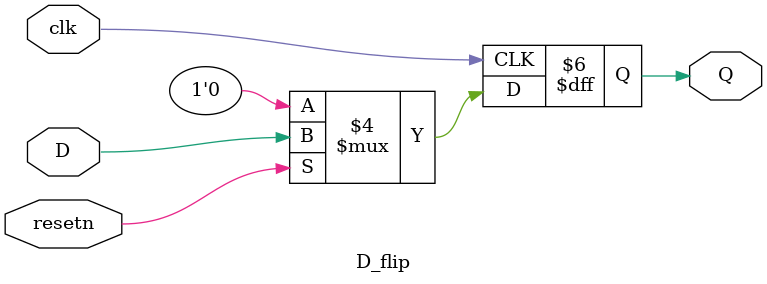
<source format=v>
module top_module (
    input clk,
    input resetn,
    input in,
    output out);
    wire w1,w2,w3;
    D_flip ins1(clk,in,resetn,w1);
    D_flip ins2(clk,w1,resetn,w2);
    D_flip ins3(clk,w2,resetn,w3);
    D_flip ins4(clk,w3,resetn,out);

endmodule
//声明一个D触发器
module D_flip (input clk, input D,input resetn, output Q);
    always @(posedge clk)
        begin
            if(!resetn)
                Q <= 1'b0;
            else
            	Q <= D;
        end
endmodule


</source>
